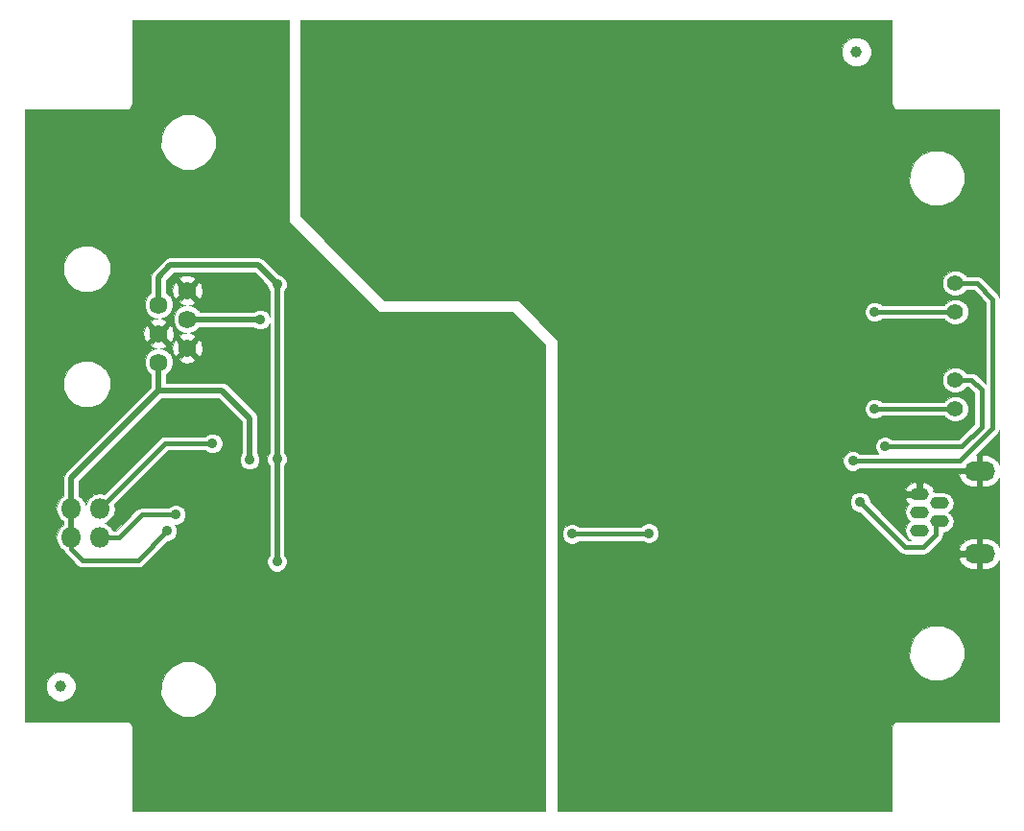
<source format=gbr>
G04 #@! TF.FileFunction,Copper,L2,Bot,Signal*
%FSLAX46Y46*%
G04 Gerber Fmt 4.6, Leading zero omitted, Abs format (unit mm)*
G04 Created by KiCad (PCBNEW no-vcs-found-product) date Thu Sep 29 09:32:32 2016*
%MOMM*%
%LPD*%
G01*
G04 APERTURE LIST*
%ADD10C,0.100000*%
%ADD11C,1.590000*%
%ADD12O,2.700000X1.700000*%
%ADD13O,1.650000X1.100000*%
%ADD14C,1.400000*%
%ADD15O,1.800000X1.800000*%
%ADD16C,1.000000*%
%ADD17C,0.900000*%
%ADD18C,0.500000*%
%ADD19C,0.400000*%
%ADD20C,0.050000*%
G04 APERTURE END LIST*
D10*
D11*
X119360000Y-86970000D03*
X116820000Y-88240000D03*
X119360000Y-89510000D03*
X116820000Y-90780000D03*
X119360000Y-92050000D03*
X116820000Y-93320000D03*
D12*
X189250000Y-102904000D03*
D13*
X183925000Y-104954000D03*
X183925000Y-106554000D03*
X185675000Y-105754000D03*
X185675000Y-107354000D03*
X183925000Y-108154000D03*
D12*
X189250000Y-110204000D03*
D14*
X187100000Y-86328000D03*
X187100000Y-88868000D03*
X187100000Y-94881000D03*
X187100000Y-97421000D03*
D15*
X109100000Y-108760000D03*
X109100000Y-106220000D03*
X111640000Y-108760000D03*
X111640000Y-106220000D03*
D16*
X178380000Y-65910000D03*
X108180000Y-121920000D03*
D17*
X178080000Y-83630000D03*
X117550000Y-108210000D03*
X124850000Y-101910000D03*
X140650000Y-92840000D03*
X180910000Y-100750000D03*
X179990000Y-97410000D03*
X178050000Y-102025000D03*
X179990000Y-88860000D03*
X178700000Y-105650000D03*
X153300000Y-108450000D03*
X160050000Y-108400000D03*
X127250000Y-86450000D03*
X127250000Y-110910000D03*
X127250000Y-101860000D03*
X125750000Y-89550000D03*
X118300000Y-106760000D03*
X121550000Y-100460000D03*
D18*
X116820000Y-95790000D02*
X122410000Y-95790000D01*
X116820000Y-93320000D02*
X116820000Y-95790000D01*
X116820000Y-95790000D02*
X116820000Y-95810000D01*
X116820000Y-95810000D02*
X109100000Y-103530000D01*
X109100000Y-106220000D02*
X109100000Y-103530000D01*
D19*
X109100000Y-108760000D02*
X109100000Y-109790000D01*
X114990000Y-110770000D02*
X117550000Y-108210000D01*
X110080000Y-110770000D02*
X114990000Y-110770000D01*
X109100000Y-109790000D02*
X110080000Y-110770000D01*
D18*
X122410000Y-95790000D02*
X124850000Y-98230000D01*
X124850000Y-98230000D02*
X124850000Y-101910000D01*
X109100000Y-106220000D02*
X109100000Y-108760000D01*
D19*
X188531000Y-94881000D02*
X187100000Y-94881000D01*
X189400000Y-95750000D02*
X188531000Y-94881000D01*
X189400000Y-99050000D02*
X189400000Y-95750000D01*
X187700000Y-100750000D02*
X189400000Y-99050000D01*
X180910000Y-100750000D02*
X187700000Y-100750000D01*
X187100000Y-97421000D02*
X180001000Y-97421000D01*
X180001000Y-97421000D02*
X179990000Y-97410000D01*
X178050000Y-102025000D02*
X187525000Y-102025000D01*
X187525000Y-102025000D02*
X190400000Y-99150000D01*
X190400000Y-99150000D02*
X190400000Y-87750000D01*
X190400000Y-87750000D02*
X188978000Y-86328000D01*
X188978000Y-86328000D02*
X187100000Y-86328000D01*
X179998000Y-88868000D02*
X187100000Y-88868000D01*
X179990000Y-88860000D02*
X179998000Y-88868000D01*
X185400000Y-108520000D02*
X184270000Y-109650000D01*
X185400000Y-107354000D02*
X185400000Y-108440000D01*
X185400000Y-108520000D02*
X185400000Y-108440000D01*
X182700000Y-109650000D02*
X184270000Y-109650000D01*
X182700000Y-109650000D02*
X178700000Y-105650000D01*
X160000000Y-108450000D02*
X153300000Y-108450000D01*
X160050000Y-108400000D02*
X160000000Y-108450000D01*
D18*
X127250000Y-86450000D02*
X127250000Y-101860000D01*
X125600000Y-84750000D02*
X117850000Y-84750000D01*
X127250000Y-86450000D02*
X127250000Y-86400000D01*
X125600000Y-84750000D02*
X127250000Y-86400000D01*
X116820000Y-85780000D02*
X117850000Y-84750000D01*
X116820000Y-85780000D02*
X116820000Y-88240000D01*
X127250000Y-101860000D02*
X127250000Y-110910000D01*
X119360000Y-89510000D02*
X125710000Y-89510000D01*
X125710000Y-89510000D02*
X125750000Y-89550000D01*
D19*
X118300000Y-106760000D02*
X115320000Y-106760000D01*
X113320000Y-108760000D02*
X111640000Y-108760000D01*
X115320000Y-106760000D02*
X113320000Y-108760000D01*
X121550000Y-100460000D02*
X117400000Y-100460000D01*
X117400000Y-100460000D02*
X111640000Y-106220000D01*
D20*
G36*
X128275000Y-80900000D02*
X128276903Y-80909567D01*
X128282322Y-80917678D01*
X136232322Y-88867678D01*
X136240433Y-88873097D01*
X136250000Y-88875000D01*
X148039644Y-88875000D01*
X150925000Y-91760356D01*
X150925000Y-132900000D01*
X114500000Y-132900000D01*
X114500000Y-125500000D01*
X114461940Y-125308658D01*
X114353553Y-125146447D01*
X114191342Y-125038060D01*
X114000000Y-125000000D01*
X105000000Y-125000000D01*
X105000000Y-122176461D01*
X106884775Y-122176461D01*
X107081512Y-122652600D01*
X107445483Y-123017208D01*
X107921278Y-123214775D01*
X108436461Y-123215225D01*
X108912600Y-123018488D01*
X109277208Y-122654517D01*
X109295590Y-122610246D01*
X117004580Y-122610246D01*
X117372986Y-123501858D01*
X118054554Y-124184617D01*
X118945521Y-124554579D01*
X119910246Y-124555420D01*
X120801858Y-124187014D01*
X121484617Y-123505446D01*
X121854579Y-122614479D01*
X121855420Y-121649754D01*
X121487014Y-120758142D01*
X120805446Y-120075383D01*
X119914479Y-119705421D01*
X118949754Y-119704580D01*
X118058142Y-120072986D01*
X117375383Y-120754554D01*
X117005421Y-121645521D01*
X117004580Y-122610246D01*
X109295590Y-122610246D01*
X109474775Y-122178722D01*
X109475225Y-121663539D01*
X109278488Y-121187400D01*
X108914517Y-120822792D01*
X108438722Y-120625225D01*
X107923539Y-120624775D01*
X107447400Y-120821512D01*
X107082792Y-121185483D01*
X106885225Y-121661278D01*
X106884775Y-122176461D01*
X105000000Y-122176461D01*
X105000000Y-106194042D01*
X107775000Y-106194042D01*
X107775000Y-106245958D01*
X107875860Y-106753014D01*
X108163084Y-107182874D01*
X108425000Y-107357881D01*
X108425000Y-107622119D01*
X108163084Y-107797126D01*
X107875860Y-108226986D01*
X107775000Y-108734042D01*
X107775000Y-108785958D01*
X107875860Y-109293014D01*
X108163084Y-109722874D01*
X108507412Y-109952947D01*
X108522575Y-110029177D01*
X108658058Y-110231942D01*
X109638058Y-111211942D01*
X109840822Y-111347425D01*
X110080000Y-111395000D01*
X114990000Y-111395000D01*
X115229177Y-111347425D01*
X115431942Y-111211942D01*
X117558876Y-109085008D01*
X117723285Y-109085151D01*
X118045000Y-108952221D01*
X118291356Y-108706295D01*
X118424848Y-108384812D01*
X118425151Y-108036715D01*
X118292221Y-107715000D01*
X118212285Y-107634924D01*
X118473285Y-107635151D01*
X118795000Y-107502221D01*
X119041356Y-107256295D01*
X119174848Y-106934812D01*
X119175151Y-106586715D01*
X119042221Y-106265000D01*
X118796295Y-106018644D01*
X118474812Y-105885152D01*
X118126715Y-105884849D01*
X117805000Y-106017779D01*
X117687574Y-106135000D01*
X115320000Y-106135000D01*
X115080822Y-106182575D01*
X114878058Y-106318058D01*
X113061116Y-108135000D01*
X112802677Y-108135000D01*
X112576916Y-107797126D01*
X112147056Y-107509902D01*
X112047002Y-107490000D01*
X112147056Y-107470098D01*
X112576916Y-107182874D01*
X112864140Y-106753014D01*
X112965000Y-106245958D01*
X112965000Y-106194042D01*
X112896121Y-105847763D01*
X117658884Y-101085000D01*
X120937552Y-101085000D01*
X121053705Y-101201356D01*
X121375188Y-101334848D01*
X121723285Y-101335151D01*
X122045000Y-101202221D01*
X122291356Y-100956295D01*
X122424848Y-100634812D01*
X122425151Y-100286715D01*
X122292221Y-99965000D01*
X122046295Y-99718644D01*
X121724812Y-99585152D01*
X121376715Y-99584849D01*
X121055000Y-99717779D01*
X120937574Y-99835000D01*
X117400000Y-99835000D01*
X117160822Y-99882575D01*
X116958058Y-100018058D01*
X112029581Y-104946535D01*
X111640000Y-104869042D01*
X111132944Y-104969902D01*
X110703084Y-105257126D01*
X110415860Y-105686986D01*
X110370000Y-105917539D01*
X110324140Y-105686986D01*
X110036916Y-105257126D01*
X109775000Y-105082119D01*
X109775000Y-103809594D01*
X117119594Y-96465000D01*
X122130406Y-96465000D01*
X124175000Y-98509594D01*
X124175000Y-101347465D01*
X124108644Y-101413705D01*
X123975152Y-101735188D01*
X123974849Y-102083285D01*
X124107779Y-102405000D01*
X124353705Y-102651356D01*
X124675188Y-102784848D01*
X125023285Y-102785151D01*
X125345000Y-102652221D01*
X125591356Y-102406295D01*
X125724848Y-102084812D01*
X125725151Y-101736715D01*
X125592221Y-101415000D01*
X125525000Y-101347661D01*
X125525000Y-98230000D01*
X125473619Y-97971689D01*
X125473619Y-97971688D01*
X125327297Y-97752703D01*
X122887297Y-95312703D01*
X122668312Y-95166381D01*
X122410000Y-95115000D01*
X117495000Y-95115000D01*
X117495000Y-94361138D01*
X117510172Y-94354869D01*
X117853662Y-94011977D01*
X118039788Y-93563738D01*
X118040211Y-93078392D01*
X118032536Y-93059816D01*
X118674039Y-93059816D01*
X118760859Y-93264245D01*
X119271137Y-93401098D01*
X119794944Y-93332258D01*
X119959141Y-93264245D01*
X120045961Y-93059816D01*
X119360000Y-92373855D01*
X118674039Y-93059816D01*
X118032536Y-93059816D01*
X117854869Y-92629828D01*
X117511977Y-92286338D01*
X117063738Y-92100212D01*
X116966793Y-92100128D01*
X117254944Y-92062258D01*
X117419141Y-91994245D01*
X117433201Y-91961137D01*
X118008902Y-91961137D01*
X118077742Y-92484944D01*
X118145755Y-92649141D01*
X118350184Y-92735961D01*
X119036145Y-92050000D01*
X119683855Y-92050000D01*
X120369816Y-92735961D01*
X120574245Y-92649141D01*
X120711098Y-92138863D01*
X120642258Y-91615056D01*
X120574245Y-91450859D01*
X120369816Y-91364039D01*
X119683855Y-92050000D01*
X119036145Y-92050000D01*
X118350184Y-91364039D01*
X118145755Y-91450859D01*
X118008902Y-91961137D01*
X117433201Y-91961137D01*
X117505961Y-91789816D01*
X116820000Y-91103855D01*
X116134039Y-91789816D01*
X116220859Y-91994245D01*
X116614514Y-92099820D01*
X116578392Y-92099789D01*
X116129828Y-92285131D01*
X115786338Y-92628023D01*
X115600212Y-93076262D01*
X115599789Y-93561608D01*
X115785131Y-94010172D01*
X116128023Y-94353662D01*
X116145000Y-94360712D01*
X116145000Y-95530406D01*
X108622703Y-103052703D01*
X108476381Y-103271688D01*
X108476381Y-103271689D01*
X108425000Y-103530000D01*
X108425000Y-105082119D01*
X108163084Y-105257126D01*
X107875860Y-105686986D01*
X107775000Y-106194042D01*
X105000000Y-106194042D01*
X105000000Y-95625981D01*
X108419645Y-95625981D01*
X108731081Y-96379715D01*
X109307252Y-96956892D01*
X110060441Y-97269643D01*
X110875981Y-97270355D01*
X111629715Y-96958919D01*
X112206892Y-96382748D01*
X112519643Y-95629559D01*
X112520355Y-94814019D01*
X112208919Y-94060285D01*
X111632748Y-93483108D01*
X110879559Y-93170357D01*
X110064019Y-93169645D01*
X109310285Y-93481081D01*
X108733108Y-94057252D01*
X108420357Y-94810441D01*
X108419645Y-95625981D01*
X105000000Y-95625981D01*
X105000000Y-90691137D01*
X115468902Y-90691137D01*
X115537742Y-91214944D01*
X115605755Y-91379141D01*
X115810184Y-91465961D01*
X116496145Y-90780000D01*
X117143855Y-90780000D01*
X117829816Y-91465961D01*
X118034245Y-91379141D01*
X118171098Y-90868863D01*
X118102258Y-90345056D01*
X118034245Y-90180859D01*
X117829816Y-90094039D01*
X117143855Y-90780000D01*
X116496145Y-90780000D01*
X115810184Y-90094039D01*
X115605755Y-90180859D01*
X115468902Y-90691137D01*
X105000000Y-90691137D01*
X105000000Y-88481608D01*
X115599789Y-88481608D01*
X115785131Y-88930172D01*
X116128023Y-89273662D01*
X116576262Y-89459788D01*
X116673207Y-89459872D01*
X116385056Y-89497742D01*
X116220859Y-89565755D01*
X116134039Y-89770184D01*
X116820000Y-90456145D01*
X117505961Y-89770184D01*
X117419141Y-89565755D01*
X117025486Y-89460180D01*
X117061608Y-89460211D01*
X117510172Y-89274869D01*
X117853662Y-88931977D01*
X118039788Y-88483738D01*
X118040211Y-87998392D01*
X117854869Y-87549828D01*
X117511977Y-87206338D01*
X117495000Y-87199288D01*
X117495000Y-86881137D01*
X118008902Y-86881137D01*
X118077742Y-87404944D01*
X118145755Y-87569141D01*
X118350184Y-87655961D01*
X119036145Y-86970000D01*
X119683855Y-86970000D01*
X120369816Y-87655961D01*
X120574245Y-87569141D01*
X120711098Y-87058863D01*
X120642258Y-86535056D01*
X120574245Y-86370859D01*
X120369816Y-86284039D01*
X119683855Y-86970000D01*
X119036145Y-86970000D01*
X118350184Y-86284039D01*
X118145755Y-86370859D01*
X118008902Y-86881137D01*
X117495000Y-86881137D01*
X117495000Y-86059594D01*
X117594410Y-85960184D01*
X118674039Y-85960184D01*
X119360000Y-86646145D01*
X120045961Y-85960184D01*
X119959141Y-85755755D01*
X119448863Y-85618902D01*
X118925056Y-85687742D01*
X118760859Y-85755755D01*
X118674039Y-85960184D01*
X117594410Y-85960184D01*
X118129594Y-85425000D01*
X125320406Y-85425000D01*
X126374974Y-86479568D01*
X126374849Y-86623285D01*
X126507779Y-86945000D01*
X126575000Y-87012339D01*
X126575000Y-89255340D01*
X126492221Y-89055000D01*
X126246295Y-88808644D01*
X125924812Y-88675152D01*
X125576715Y-88674849D01*
X125255000Y-88807779D01*
X125227731Y-88835000D01*
X120401138Y-88835000D01*
X120394869Y-88819828D01*
X120051977Y-88476338D01*
X119603738Y-88290212D01*
X119506793Y-88290128D01*
X119794944Y-88252258D01*
X119959141Y-88184245D01*
X120045961Y-87979816D01*
X119360000Y-87293855D01*
X118674039Y-87979816D01*
X118760859Y-88184245D01*
X119154514Y-88289820D01*
X119118392Y-88289789D01*
X118669828Y-88475131D01*
X118326338Y-88818023D01*
X118140212Y-89266262D01*
X118139789Y-89751608D01*
X118325131Y-90200172D01*
X118668023Y-90543662D01*
X119116262Y-90729788D01*
X119213207Y-90729872D01*
X118925056Y-90767742D01*
X118760859Y-90835755D01*
X118674039Y-91040184D01*
X119360000Y-91726145D01*
X120045961Y-91040184D01*
X119959141Y-90835755D01*
X119565486Y-90730180D01*
X119601608Y-90730211D01*
X120050172Y-90544869D01*
X120393662Y-90201977D01*
X120400712Y-90185000D01*
X125147535Y-90185000D01*
X125253705Y-90291356D01*
X125575188Y-90424848D01*
X125923285Y-90425151D01*
X126245000Y-90292221D01*
X126491356Y-90046295D01*
X126575000Y-89844859D01*
X126575000Y-101297465D01*
X126508644Y-101363705D01*
X126375152Y-101685188D01*
X126374849Y-102033285D01*
X126507779Y-102355000D01*
X126575000Y-102422339D01*
X126575000Y-110347465D01*
X126508644Y-110413705D01*
X126375152Y-110735188D01*
X126374849Y-111083285D01*
X126507779Y-111405000D01*
X126753705Y-111651356D01*
X127075188Y-111784848D01*
X127423285Y-111785151D01*
X127745000Y-111652221D01*
X127991356Y-111406295D01*
X128124848Y-111084812D01*
X128125151Y-110736715D01*
X127992221Y-110415000D01*
X127925000Y-110347661D01*
X127925000Y-102422535D01*
X127991356Y-102356295D01*
X128124848Y-102034812D01*
X128125151Y-101686715D01*
X127992221Y-101365000D01*
X127925000Y-101297661D01*
X127925000Y-87012535D01*
X127991356Y-86946295D01*
X128124848Y-86624812D01*
X128125151Y-86276715D01*
X127992221Y-85955000D01*
X127746295Y-85708644D01*
X127424812Y-85575152D01*
X127379707Y-85575113D01*
X126077297Y-84272703D01*
X125858312Y-84126381D01*
X125600000Y-84075000D01*
X117850000Y-84075000D01*
X117591688Y-84126381D01*
X117372703Y-84272703D01*
X116342703Y-85302703D01*
X116196381Y-85521688D01*
X116155940Y-85725000D01*
X116145000Y-85780000D01*
X116145000Y-87198862D01*
X116129828Y-87205131D01*
X115786338Y-87548023D01*
X115600212Y-87996262D01*
X115599789Y-88481608D01*
X105000000Y-88481608D01*
X105000000Y-85465981D01*
X108419645Y-85465981D01*
X108731081Y-86219715D01*
X109307252Y-86796892D01*
X110060441Y-87109643D01*
X110875981Y-87110355D01*
X111629715Y-86798919D01*
X112206892Y-86222748D01*
X112519643Y-85469559D01*
X112520355Y-84654019D01*
X112208919Y-83900285D01*
X111632748Y-83323108D01*
X110879559Y-83010357D01*
X110064019Y-83009645D01*
X109310285Y-83321081D01*
X108733108Y-83897252D01*
X108420357Y-84650441D01*
X108419645Y-85465981D01*
X105000000Y-85465981D01*
X105000000Y-74350246D01*
X117004580Y-74350246D01*
X117372986Y-75241858D01*
X118054554Y-75924617D01*
X118945521Y-76294579D01*
X119910246Y-76295420D01*
X120801858Y-75927014D01*
X121484617Y-75245446D01*
X121854579Y-74354479D01*
X121855420Y-73389754D01*
X121487014Y-72498142D01*
X120805446Y-71815383D01*
X119914479Y-71445421D01*
X118949754Y-71444580D01*
X118058142Y-71812986D01*
X117375383Y-72494554D01*
X117005421Y-73385521D01*
X117004580Y-74350246D01*
X105000000Y-74350246D01*
X105000000Y-71000000D01*
X114000000Y-71000000D01*
X114191342Y-70961940D01*
X114353553Y-70853553D01*
X114461940Y-70691342D01*
X114500000Y-70500000D01*
X114500000Y-63100000D01*
X128275000Y-63100000D01*
X128275000Y-80900000D01*
X128275000Y-80900000D01*
G37*
X128275000Y-80900000D02*
X128276903Y-80909567D01*
X128282322Y-80917678D01*
X136232322Y-88867678D01*
X136240433Y-88873097D01*
X136250000Y-88875000D01*
X148039644Y-88875000D01*
X150925000Y-91760356D01*
X150925000Y-132900000D01*
X114500000Y-132900000D01*
X114500000Y-125500000D01*
X114461940Y-125308658D01*
X114353553Y-125146447D01*
X114191342Y-125038060D01*
X114000000Y-125000000D01*
X105000000Y-125000000D01*
X105000000Y-122176461D01*
X106884775Y-122176461D01*
X107081512Y-122652600D01*
X107445483Y-123017208D01*
X107921278Y-123214775D01*
X108436461Y-123215225D01*
X108912600Y-123018488D01*
X109277208Y-122654517D01*
X109295590Y-122610246D01*
X117004580Y-122610246D01*
X117372986Y-123501858D01*
X118054554Y-124184617D01*
X118945521Y-124554579D01*
X119910246Y-124555420D01*
X120801858Y-124187014D01*
X121484617Y-123505446D01*
X121854579Y-122614479D01*
X121855420Y-121649754D01*
X121487014Y-120758142D01*
X120805446Y-120075383D01*
X119914479Y-119705421D01*
X118949754Y-119704580D01*
X118058142Y-120072986D01*
X117375383Y-120754554D01*
X117005421Y-121645521D01*
X117004580Y-122610246D01*
X109295590Y-122610246D01*
X109474775Y-122178722D01*
X109475225Y-121663539D01*
X109278488Y-121187400D01*
X108914517Y-120822792D01*
X108438722Y-120625225D01*
X107923539Y-120624775D01*
X107447400Y-120821512D01*
X107082792Y-121185483D01*
X106885225Y-121661278D01*
X106884775Y-122176461D01*
X105000000Y-122176461D01*
X105000000Y-106194042D01*
X107775000Y-106194042D01*
X107775000Y-106245958D01*
X107875860Y-106753014D01*
X108163084Y-107182874D01*
X108425000Y-107357881D01*
X108425000Y-107622119D01*
X108163084Y-107797126D01*
X107875860Y-108226986D01*
X107775000Y-108734042D01*
X107775000Y-108785958D01*
X107875860Y-109293014D01*
X108163084Y-109722874D01*
X108507412Y-109952947D01*
X108522575Y-110029177D01*
X108658058Y-110231942D01*
X109638058Y-111211942D01*
X109840822Y-111347425D01*
X110080000Y-111395000D01*
X114990000Y-111395000D01*
X115229177Y-111347425D01*
X115431942Y-111211942D01*
X117558876Y-109085008D01*
X117723285Y-109085151D01*
X118045000Y-108952221D01*
X118291356Y-108706295D01*
X118424848Y-108384812D01*
X118425151Y-108036715D01*
X118292221Y-107715000D01*
X118212285Y-107634924D01*
X118473285Y-107635151D01*
X118795000Y-107502221D01*
X119041356Y-107256295D01*
X119174848Y-106934812D01*
X119175151Y-106586715D01*
X119042221Y-106265000D01*
X118796295Y-106018644D01*
X118474812Y-105885152D01*
X118126715Y-105884849D01*
X117805000Y-106017779D01*
X117687574Y-106135000D01*
X115320000Y-106135000D01*
X115080822Y-106182575D01*
X114878058Y-106318058D01*
X113061116Y-108135000D01*
X112802677Y-108135000D01*
X112576916Y-107797126D01*
X112147056Y-107509902D01*
X112047002Y-107490000D01*
X112147056Y-107470098D01*
X112576916Y-107182874D01*
X112864140Y-106753014D01*
X112965000Y-106245958D01*
X112965000Y-106194042D01*
X112896121Y-105847763D01*
X117658884Y-101085000D01*
X120937552Y-101085000D01*
X121053705Y-101201356D01*
X121375188Y-101334848D01*
X121723285Y-101335151D01*
X122045000Y-101202221D01*
X122291356Y-100956295D01*
X122424848Y-100634812D01*
X122425151Y-100286715D01*
X122292221Y-99965000D01*
X122046295Y-99718644D01*
X121724812Y-99585152D01*
X121376715Y-99584849D01*
X121055000Y-99717779D01*
X120937574Y-99835000D01*
X117400000Y-99835000D01*
X117160822Y-99882575D01*
X116958058Y-100018058D01*
X112029581Y-104946535D01*
X111640000Y-104869042D01*
X111132944Y-104969902D01*
X110703084Y-105257126D01*
X110415860Y-105686986D01*
X110370000Y-105917539D01*
X110324140Y-105686986D01*
X110036916Y-105257126D01*
X109775000Y-105082119D01*
X109775000Y-103809594D01*
X117119594Y-96465000D01*
X122130406Y-96465000D01*
X124175000Y-98509594D01*
X124175000Y-101347465D01*
X124108644Y-101413705D01*
X123975152Y-101735188D01*
X123974849Y-102083285D01*
X124107779Y-102405000D01*
X124353705Y-102651356D01*
X124675188Y-102784848D01*
X125023285Y-102785151D01*
X125345000Y-102652221D01*
X125591356Y-102406295D01*
X125724848Y-102084812D01*
X125725151Y-101736715D01*
X125592221Y-101415000D01*
X125525000Y-101347661D01*
X125525000Y-98230000D01*
X125473619Y-97971689D01*
X125473619Y-97971688D01*
X125327297Y-97752703D01*
X122887297Y-95312703D01*
X122668312Y-95166381D01*
X122410000Y-95115000D01*
X117495000Y-95115000D01*
X117495000Y-94361138D01*
X117510172Y-94354869D01*
X117853662Y-94011977D01*
X118039788Y-93563738D01*
X118040211Y-93078392D01*
X118032536Y-93059816D01*
X118674039Y-93059816D01*
X118760859Y-93264245D01*
X119271137Y-93401098D01*
X119794944Y-93332258D01*
X119959141Y-93264245D01*
X120045961Y-93059816D01*
X119360000Y-92373855D01*
X118674039Y-93059816D01*
X118032536Y-93059816D01*
X117854869Y-92629828D01*
X117511977Y-92286338D01*
X117063738Y-92100212D01*
X116966793Y-92100128D01*
X117254944Y-92062258D01*
X117419141Y-91994245D01*
X117433201Y-91961137D01*
X118008902Y-91961137D01*
X118077742Y-92484944D01*
X118145755Y-92649141D01*
X118350184Y-92735961D01*
X119036145Y-92050000D01*
X119683855Y-92050000D01*
X120369816Y-92735961D01*
X120574245Y-92649141D01*
X120711098Y-92138863D01*
X120642258Y-91615056D01*
X120574245Y-91450859D01*
X120369816Y-91364039D01*
X119683855Y-92050000D01*
X119036145Y-92050000D01*
X118350184Y-91364039D01*
X118145755Y-91450859D01*
X118008902Y-91961137D01*
X117433201Y-91961137D01*
X117505961Y-91789816D01*
X116820000Y-91103855D01*
X116134039Y-91789816D01*
X116220859Y-91994245D01*
X116614514Y-92099820D01*
X116578392Y-92099789D01*
X116129828Y-92285131D01*
X115786338Y-92628023D01*
X115600212Y-93076262D01*
X115599789Y-93561608D01*
X115785131Y-94010172D01*
X116128023Y-94353662D01*
X116145000Y-94360712D01*
X116145000Y-95530406D01*
X108622703Y-103052703D01*
X108476381Y-103271688D01*
X108476381Y-103271689D01*
X108425000Y-103530000D01*
X108425000Y-105082119D01*
X108163084Y-105257126D01*
X107875860Y-105686986D01*
X107775000Y-106194042D01*
X105000000Y-106194042D01*
X105000000Y-95625981D01*
X108419645Y-95625981D01*
X108731081Y-96379715D01*
X109307252Y-96956892D01*
X110060441Y-97269643D01*
X110875981Y-97270355D01*
X111629715Y-96958919D01*
X112206892Y-96382748D01*
X112519643Y-95629559D01*
X112520355Y-94814019D01*
X112208919Y-94060285D01*
X111632748Y-93483108D01*
X110879559Y-93170357D01*
X110064019Y-93169645D01*
X109310285Y-93481081D01*
X108733108Y-94057252D01*
X108420357Y-94810441D01*
X108419645Y-95625981D01*
X105000000Y-95625981D01*
X105000000Y-90691137D01*
X115468902Y-90691137D01*
X115537742Y-91214944D01*
X115605755Y-91379141D01*
X115810184Y-91465961D01*
X116496145Y-90780000D01*
X117143855Y-90780000D01*
X117829816Y-91465961D01*
X118034245Y-91379141D01*
X118171098Y-90868863D01*
X118102258Y-90345056D01*
X118034245Y-90180859D01*
X117829816Y-90094039D01*
X117143855Y-90780000D01*
X116496145Y-90780000D01*
X115810184Y-90094039D01*
X115605755Y-90180859D01*
X115468902Y-90691137D01*
X105000000Y-90691137D01*
X105000000Y-88481608D01*
X115599789Y-88481608D01*
X115785131Y-88930172D01*
X116128023Y-89273662D01*
X116576262Y-89459788D01*
X116673207Y-89459872D01*
X116385056Y-89497742D01*
X116220859Y-89565755D01*
X116134039Y-89770184D01*
X116820000Y-90456145D01*
X117505961Y-89770184D01*
X117419141Y-89565755D01*
X117025486Y-89460180D01*
X117061608Y-89460211D01*
X117510172Y-89274869D01*
X117853662Y-88931977D01*
X118039788Y-88483738D01*
X118040211Y-87998392D01*
X117854869Y-87549828D01*
X117511977Y-87206338D01*
X117495000Y-87199288D01*
X117495000Y-86881137D01*
X118008902Y-86881137D01*
X118077742Y-87404944D01*
X118145755Y-87569141D01*
X118350184Y-87655961D01*
X119036145Y-86970000D01*
X119683855Y-86970000D01*
X120369816Y-87655961D01*
X120574245Y-87569141D01*
X120711098Y-87058863D01*
X120642258Y-86535056D01*
X120574245Y-86370859D01*
X120369816Y-86284039D01*
X119683855Y-86970000D01*
X119036145Y-86970000D01*
X118350184Y-86284039D01*
X118145755Y-86370859D01*
X118008902Y-86881137D01*
X117495000Y-86881137D01*
X117495000Y-86059594D01*
X117594410Y-85960184D01*
X118674039Y-85960184D01*
X119360000Y-86646145D01*
X120045961Y-85960184D01*
X119959141Y-85755755D01*
X119448863Y-85618902D01*
X118925056Y-85687742D01*
X118760859Y-85755755D01*
X118674039Y-85960184D01*
X117594410Y-85960184D01*
X118129594Y-85425000D01*
X125320406Y-85425000D01*
X126374974Y-86479568D01*
X126374849Y-86623285D01*
X126507779Y-86945000D01*
X126575000Y-87012339D01*
X126575000Y-89255340D01*
X126492221Y-89055000D01*
X126246295Y-88808644D01*
X125924812Y-88675152D01*
X125576715Y-88674849D01*
X125255000Y-88807779D01*
X125227731Y-88835000D01*
X120401138Y-88835000D01*
X120394869Y-88819828D01*
X120051977Y-88476338D01*
X119603738Y-88290212D01*
X119506793Y-88290128D01*
X119794944Y-88252258D01*
X119959141Y-88184245D01*
X120045961Y-87979816D01*
X119360000Y-87293855D01*
X118674039Y-87979816D01*
X118760859Y-88184245D01*
X119154514Y-88289820D01*
X119118392Y-88289789D01*
X118669828Y-88475131D01*
X118326338Y-88818023D01*
X118140212Y-89266262D01*
X118139789Y-89751608D01*
X118325131Y-90200172D01*
X118668023Y-90543662D01*
X119116262Y-90729788D01*
X119213207Y-90729872D01*
X118925056Y-90767742D01*
X118760859Y-90835755D01*
X118674039Y-91040184D01*
X119360000Y-91726145D01*
X120045961Y-91040184D01*
X119959141Y-90835755D01*
X119565486Y-90730180D01*
X119601608Y-90730211D01*
X120050172Y-90544869D01*
X120393662Y-90201977D01*
X120400712Y-90185000D01*
X125147535Y-90185000D01*
X125253705Y-90291356D01*
X125575188Y-90424848D01*
X125923285Y-90425151D01*
X126245000Y-90292221D01*
X126491356Y-90046295D01*
X126575000Y-89844859D01*
X126575000Y-101297465D01*
X126508644Y-101363705D01*
X126375152Y-101685188D01*
X126374849Y-102033285D01*
X126507779Y-102355000D01*
X126575000Y-102422339D01*
X126575000Y-110347465D01*
X126508644Y-110413705D01*
X126375152Y-110735188D01*
X126374849Y-111083285D01*
X126507779Y-111405000D01*
X126753705Y-111651356D01*
X127075188Y-111784848D01*
X127423285Y-111785151D01*
X127745000Y-111652221D01*
X127991356Y-111406295D01*
X128124848Y-111084812D01*
X128125151Y-110736715D01*
X127992221Y-110415000D01*
X127925000Y-110347661D01*
X127925000Y-102422535D01*
X127991356Y-102356295D01*
X128124848Y-102034812D01*
X128125151Y-101686715D01*
X127992221Y-101365000D01*
X127925000Y-101297661D01*
X127925000Y-87012535D01*
X127991356Y-86946295D01*
X128124848Y-86624812D01*
X128125151Y-86276715D01*
X127992221Y-85955000D01*
X127746295Y-85708644D01*
X127424812Y-85575152D01*
X127379707Y-85575113D01*
X126077297Y-84272703D01*
X125858312Y-84126381D01*
X125600000Y-84075000D01*
X117850000Y-84075000D01*
X117591688Y-84126381D01*
X117372703Y-84272703D01*
X116342703Y-85302703D01*
X116196381Y-85521688D01*
X116155940Y-85725000D01*
X116145000Y-85780000D01*
X116145000Y-87198862D01*
X116129828Y-87205131D01*
X115786338Y-87548023D01*
X115600212Y-87996262D01*
X115599789Y-88481608D01*
X105000000Y-88481608D01*
X105000000Y-85465981D01*
X108419645Y-85465981D01*
X108731081Y-86219715D01*
X109307252Y-86796892D01*
X110060441Y-87109643D01*
X110875981Y-87110355D01*
X111629715Y-86798919D01*
X112206892Y-86222748D01*
X112519643Y-85469559D01*
X112520355Y-84654019D01*
X112208919Y-83900285D01*
X111632748Y-83323108D01*
X110879559Y-83010357D01*
X110064019Y-83009645D01*
X109310285Y-83321081D01*
X108733108Y-83897252D01*
X108420357Y-84650441D01*
X108419645Y-85465981D01*
X105000000Y-85465981D01*
X105000000Y-74350246D01*
X117004580Y-74350246D01*
X117372986Y-75241858D01*
X118054554Y-75924617D01*
X118945521Y-76294579D01*
X119910246Y-76295420D01*
X120801858Y-75927014D01*
X121484617Y-75245446D01*
X121854579Y-74354479D01*
X121855420Y-73389754D01*
X121487014Y-72498142D01*
X120805446Y-71815383D01*
X119914479Y-71445421D01*
X118949754Y-71444580D01*
X118058142Y-71812986D01*
X117375383Y-72494554D01*
X117005421Y-73385521D01*
X117004580Y-74350246D01*
X105000000Y-74350246D01*
X105000000Y-71000000D01*
X114000000Y-71000000D01*
X114191342Y-70961940D01*
X114353553Y-70853553D01*
X114461940Y-70691342D01*
X114500000Y-70500000D01*
X114500000Y-63100000D01*
X128275000Y-63100000D01*
X128275000Y-80900000D01*
G36*
X181500000Y-70500000D02*
X181538060Y-70691342D01*
X181646447Y-70853553D01*
X181808658Y-70961940D01*
X182000000Y-71000000D01*
X191000000Y-71000000D01*
X191000000Y-87624313D01*
X190977425Y-87510823D01*
X190841942Y-87308058D01*
X189419942Y-85886058D01*
X189217177Y-85750575D01*
X188978000Y-85703000D01*
X188059007Y-85703000D01*
X188054285Y-85691571D01*
X187738093Y-85374828D01*
X187324758Y-85203196D01*
X186877205Y-85202805D01*
X186463571Y-85373715D01*
X186146828Y-85689907D01*
X185975196Y-86103242D01*
X185974805Y-86550795D01*
X186145715Y-86964429D01*
X186461907Y-87281172D01*
X186875242Y-87452804D01*
X187322795Y-87453195D01*
X187736429Y-87282285D01*
X188053172Y-86966093D01*
X188058609Y-86953000D01*
X188719116Y-86953000D01*
X189775000Y-88008884D01*
X189775000Y-95241117D01*
X188972942Y-94439058D01*
X188770177Y-94303575D01*
X188531000Y-94256000D01*
X188059007Y-94256000D01*
X188054285Y-94244571D01*
X187738093Y-93927828D01*
X187324758Y-93756196D01*
X186877205Y-93755805D01*
X186463571Y-93926715D01*
X186146828Y-94242907D01*
X185975196Y-94656242D01*
X185974805Y-95103795D01*
X186145715Y-95517429D01*
X186461907Y-95834172D01*
X186875242Y-96005804D01*
X187322795Y-96006195D01*
X187736429Y-95835285D01*
X188053172Y-95519093D01*
X188058609Y-95506000D01*
X188272116Y-95506000D01*
X188775000Y-96008883D01*
X188775000Y-98791116D01*
X187441116Y-100125000D01*
X181522448Y-100125000D01*
X181406295Y-100008644D01*
X181084812Y-99875152D01*
X180736715Y-99874849D01*
X180415000Y-100007779D01*
X180168644Y-100253705D01*
X180035152Y-100575188D01*
X180034849Y-100923285D01*
X180167779Y-101245000D01*
X180322508Y-101400000D01*
X178662448Y-101400000D01*
X178546295Y-101283644D01*
X178224812Y-101150152D01*
X177876715Y-101149849D01*
X177555000Y-101282779D01*
X177308644Y-101528705D01*
X177175152Y-101850188D01*
X177174849Y-102198285D01*
X177307779Y-102520000D01*
X177553705Y-102766356D01*
X177875188Y-102899848D01*
X178223285Y-102900151D01*
X178545000Y-102767221D01*
X178662426Y-102650000D01*
X187511590Y-102650000D01*
X187521410Y-102675000D01*
X189021000Y-102675000D01*
X189021000Y-101521000D01*
X188912884Y-101521000D01*
X190841942Y-99591942D01*
X190977425Y-99389177D01*
X191000000Y-99275684D01*
X191000000Y-102329862D01*
X190889857Y-102087999D01*
X190490820Y-101713909D01*
X189979000Y-101521000D01*
X189479000Y-101521000D01*
X189479000Y-102675000D01*
X189499000Y-102675000D01*
X189499000Y-103133000D01*
X189479000Y-103133000D01*
X189479000Y-104287000D01*
X189979000Y-104287000D01*
X190490820Y-104094091D01*
X190889857Y-103720001D01*
X191000000Y-103478138D01*
X191000000Y-109629862D01*
X190889857Y-109387999D01*
X190490820Y-109013909D01*
X189979000Y-108821000D01*
X189479000Y-108821000D01*
X189479000Y-109975000D01*
X189499000Y-109975000D01*
X189499000Y-110433000D01*
X189479000Y-110433000D01*
X189479000Y-111587000D01*
X189979000Y-111587000D01*
X190490820Y-111394091D01*
X190889857Y-111020001D01*
X191000000Y-110778138D01*
X191000000Y-125000000D01*
X182000000Y-125000000D01*
X181808658Y-125038060D01*
X181646447Y-125146447D01*
X181538060Y-125308658D01*
X181500000Y-125500000D01*
X181500000Y-132900000D01*
X151975000Y-132900000D01*
X151975000Y-119435246D01*
X183044580Y-119435246D01*
X183412986Y-120326858D01*
X184094554Y-121009617D01*
X184985521Y-121379579D01*
X185950246Y-121380420D01*
X186841858Y-121012014D01*
X187524617Y-120330446D01*
X187894579Y-119439479D01*
X187895420Y-118474754D01*
X187527014Y-117583142D01*
X186845446Y-116900383D01*
X185954479Y-116530421D01*
X184989754Y-116529580D01*
X184098142Y-116897986D01*
X183415383Y-117579554D01*
X183045421Y-118470521D01*
X183044580Y-119435246D01*
X151975000Y-119435246D01*
X151975000Y-110643543D01*
X187438706Y-110643543D01*
X187610143Y-111020001D01*
X188009180Y-111394091D01*
X188521000Y-111587000D01*
X189021000Y-111587000D01*
X189021000Y-110433000D01*
X187521410Y-110433000D01*
X187438706Y-110643543D01*
X151975000Y-110643543D01*
X151975000Y-108623285D01*
X152424849Y-108623285D01*
X152557779Y-108945000D01*
X152803705Y-109191356D01*
X153125188Y-109324848D01*
X153473285Y-109325151D01*
X153795000Y-109192221D01*
X153912426Y-109075000D01*
X159487465Y-109075000D01*
X159553705Y-109141356D01*
X159875188Y-109274848D01*
X160223285Y-109275151D01*
X160545000Y-109142221D01*
X160791356Y-108896295D01*
X160924848Y-108574812D01*
X160925151Y-108226715D01*
X160792221Y-107905000D01*
X160546295Y-107658644D01*
X160224812Y-107525152D01*
X159876715Y-107524849D01*
X159555000Y-107657779D01*
X159387487Y-107825000D01*
X153912448Y-107825000D01*
X153796295Y-107708644D01*
X153474812Y-107575152D01*
X153126715Y-107574849D01*
X152805000Y-107707779D01*
X152558644Y-107953705D01*
X152425152Y-108275188D01*
X152424849Y-108623285D01*
X151975000Y-108623285D01*
X151975000Y-105823285D01*
X177824849Y-105823285D01*
X177957779Y-106145000D01*
X178203705Y-106391356D01*
X178525188Y-106524848D01*
X178691108Y-106524992D01*
X182258058Y-110091942D01*
X182460822Y-110227425D01*
X182700000Y-110275000D01*
X184270000Y-110275000D01*
X184509177Y-110227425D01*
X184711942Y-110091942D01*
X185039427Y-109764457D01*
X187438706Y-109764457D01*
X187521410Y-109975000D01*
X189021000Y-109975000D01*
X189021000Y-108821000D01*
X188521000Y-108821000D01*
X188009180Y-109013909D01*
X187610143Y-109387999D01*
X187438706Y-109764457D01*
X185039427Y-109764457D01*
X185841942Y-108961942D01*
X185977425Y-108759178D01*
X186025000Y-108520000D01*
X186025000Y-108318953D01*
X186347605Y-108254783D01*
X186663918Y-108043429D01*
X186875272Y-107727116D01*
X186949489Y-107354000D01*
X186875272Y-106980884D01*
X186663918Y-106664571D01*
X186498437Y-106554000D01*
X186663918Y-106443429D01*
X186875272Y-106127116D01*
X186949489Y-105754000D01*
X186875272Y-105380884D01*
X186663918Y-105064571D01*
X186347605Y-104853217D01*
X185974489Y-104779000D01*
X185375511Y-104779000D01*
X185283000Y-104797401D01*
X185283000Y-104724998D01*
X185121730Y-104724998D01*
X185209656Y-104562232D01*
X185053049Y-104277364D01*
X184729177Y-104002422D01*
X184324743Y-103872349D01*
X184154000Y-103999402D01*
X184154000Y-104725000D01*
X184174000Y-104725000D01*
X184174000Y-105183000D01*
X184154000Y-105183000D01*
X184154000Y-105203000D01*
X183696000Y-105203000D01*
X183696000Y-105183000D01*
X182728271Y-105183000D01*
X182640344Y-105345768D01*
X182796951Y-105630636D01*
X183012427Y-105813559D01*
X182936082Y-105864571D01*
X182724728Y-106180884D01*
X182650511Y-106554000D01*
X182724728Y-106927116D01*
X182936082Y-107243429D01*
X183101563Y-107354000D01*
X182936082Y-107464571D01*
X182724728Y-107780884D01*
X182650511Y-108154000D01*
X182724728Y-108527116D01*
X182936082Y-108843429D01*
X183207822Y-109025000D01*
X182958884Y-109025000D01*
X179575008Y-105641124D01*
X179575151Y-105476715D01*
X179442221Y-105155000D01*
X179196295Y-104908644D01*
X178874812Y-104775152D01*
X178526715Y-104774849D01*
X178205000Y-104907779D01*
X177958644Y-105153705D01*
X177825152Y-105475188D01*
X177824849Y-105823285D01*
X151975000Y-105823285D01*
X151975000Y-104562232D01*
X182640344Y-104562232D01*
X182728271Y-104725000D01*
X183696000Y-104725000D01*
X183696000Y-103999402D01*
X183525257Y-103872349D01*
X183120823Y-104002422D01*
X182796951Y-104277364D01*
X182640344Y-104562232D01*
X151975000Y-104562232D01*
X151975000Y-103343543D01*
X187438706Y-103343543D01*
X187610143Y-103720001D01*
X188009180Y-104094091D01*
X188521000Y-104287000D01*
X189021000Y-104287000D01*
X189021000Y-103133000D01*
X187521410Y-103133000D01*
X187438706Y-103343543D01*
X151975000Y-103343543D01*
X151975000Y-97583285D01*
X179114849Y-97583285D01*
X179247779Y-97905000D01*
X179493705Y-98151356D01*
X179815188Y-98284848D01*
X180163285Y-98285151D01*
X180485000Y-98152221D01*
X180591407Y-98046000D01*
X186140993Y-98046000D01*
X186145715Y-98057429D01*
X186461907Y-98374172D01*
X186875242Y-98545804D01*
X187322795Y-98546195D01*
X187736429Y-98375285D01*
X188053172Y-98059093D01*
X188224804Y-97645758D01*
X188225195Y-97198205D01*
X188054285Y-96784571D01*
X187738093Y-96467828D01*
X187324758Y-96296196D01*
X186877205Y-96295805D01*
X186463571Y-96466715D01*
X186146828Y-96782907D01*
X186141391Y-96796000D01*
X180613429Y-96796000D01*
X180486295Y-96668644D01*
X180164812Y-96535152D01*
X179816715Y-96534849D01*
X179495000Y-96667779D01*
X179248644Y-96913705D01*
X179115152Y-97235188D01*
X179114849Y-97583285D01*
X151975000Y-97583285D01*
X151975000Y-91300000D01*
X151973097Y-91290433D01*
X151967678Y-91282322D01*
X149718641Y-89033285D01*
X179114849Y-89033285D01*
X179247779Y-89355000D01*
X179493705Y-89601356D01*
X179815188Y-89734848D01*
X180163285Y-89735151D01*
X180485000Y-89602221D01*
X180594412Y-89493000D01*
X186140993Y-89493000D01*
X186145715Y-89504429D01*
X186461907Y-89821172D01*
X186875242Y-89992804D01*
X187322795Y-89993195D01*
X187736429Y-89822285D01*
X188053172Y-89506093D01*
X188224804Y-89092758D01*
X188225195Y-88645205D01*
X188054285Y-88231571D01*
X187738093Y-87914828D01*
X187324758Y-87743196D01*
X186877205Y-87742805D01*
X186463571Y-87913715D01*
X186146828Y-88229907D01*
X186141391Y-88243000D01*
X180610434Y-88243000D01*
X180486295Y-88118644D01*
X180164812Y-87985152D01*
X179816715Y-87984849D01*
X179495000Y-88117779D01*
X179248644Y-88363705D01*
X179115152Y-88685188D01*
X179114849Y-89033285D01*
X149718641Y-89033285D01*
X148517678Y-87832322D01*
X148509567Y-87826903D01*
X148500000Y-87825000D01*
X136710356Y-87825000D01*
X129325000Y-80439644D01*
X129325000Y-77525246D01*
X183044580Y-77525246D01*
X183412986Y-78416858D01*
X184094554Y-79099617D01*
X184985521Y-79469579D01*
X185950246Y-79470420D01*
X186841858Y-79102014D01*
X187524617Y-78420446D01*
X187894579Y-77529479D01*
X187895420Y-76564754D01*
X187527014Y-75673142D01*
X186845446Y-74990383D01*
X185954479Y-74620421D01*
X184989754Y-74619580D01*
X184098142Y-74987986D01*
X183415383Y-75669554D01*
X183045421Y-76560521D01*
X183044580Y-77525246D01*
X129325000Y-77525246D01*
X129325000Y-66166461D01*
X177084775Y-66166461D01*
X177281512Y-66642600D01*
X177645483Y-67007208D01*
X178121278Y-67204775D01*
X178636461Y-67205225D01*
X179112600Y-67008488D01*
X179477208Y-66644517D01*
X179674775Y-66168722D01*
X179675225Y-65653539D01*
X179478488Y-65177400D01*
X179114517Y-64812792D01*
X178638722Y-64615225D01*
X178123539Y-64614775D01*
X177647400Y-64811512D01*
X177282792Y-65175483D01*
X177085225Y-65651278D01*
X177084775Y-66166461D01*
X129325000Y-66166461D01*
X129325000Y-63100000D01*
X181500000Y-63100000D01*
X181500000Y-70500000D01*
X181500000Y-70500000D01*
G37*
X181500000Y-70500000D02*
X181538060Y-70691342D01*
X181646447Y-70853553D01*
X181808658Y-70961940D01*
X182000000Y-71000000D01*
X191000000Y-71000000D01*
X191000000Y-87624313D01*
X190977425Y-87510823D01*
X190841942Y-87308058D01*
X189419942Y-85886058D01*
X189217177Y-85750575D01*
X188978000Y-85703000D01*
X188059007Y-85703000D01*
X188054285Y-85691571D01*
X187738093Y-85374828D01*
X187324758Y-85203196D01*
X186877205Y-85202805D01*
X186463571Y-85373715D01*
X186146828Y-85689907D01*
X185975196Y-86103242D01*
X185974805Y-86550795D01*
X186145715Y-86964429D01*
X186461907Y-87281172D01*
X186875242Y-87452804D01*
X187322795Y-87453195D01*
X187736429Y-87282285D01*
X188053172Y-86966093D01*
X188058609Y-86953000D01*
X188719116Y-86953000D01*
X189775000Y-88008884D01*
X189775000Y-95241117D01*
X188972942Y-94439058D01*
X188770177Y-94303575D01*
X188531000Y-94256000D01*
X188059007Y-94256000D01*
X188054285Y-94244571D01*
X187738093Y-93927828D01*
X187324758Y-93756196D01*
X186877205Y-93755805D01*
X186463571Y-93926715D01*
X186146828Y-94242907D01*
X185975196Y-94656242D01*
X185974805Y-95103795D01*
X186145715Y-95517429D01*
X186461907Y-95834172D01*
X186875242Y-96005804D01*
X187322795Y-96006195D01*
X187736429Y-95835285D01*
X188053172Y-95519093D01*
X188058609Y-95506000D01*
X188272116Y-95506000D01*
X188775000Y-96008883D01*
X188775000Y-98791116D01*
X187441116Y-100125000D01*
X181522448Y-100125000D01*
X181406295Y-100008644D01*
X181084812Y-99875152D01*
X180736715Y-99874849D01*
X180415000Y-100007779D01*
X180168644Y-100253705D01*
X180035152Y-100575188D01*
X180034849Y-100923285D01*
X180167779Y-101245000D01*
X180322508Y-101400000D01*
X178662448Y-101400000D01*
X178546295Y-101283644D01*
X178224812Y-101150152D01*
X177876715Y-101149849D01*
X177555000Y-101282779D01*
X177308644Y-101528705D01*
X177175152Y-101850188D01*
X177174849Y-102198285D01*
X177307779Y-102520000D01*
X177553705Y-102766356D01*
X177875188Y-102899848D01*
X178223285Y-102900151D01*
X178545000Y-102767221D01*
X178662426Y-102650000D01*
X187511590Y-102650000D01*
X187521410Y-102675000D01*
X189021000Y-102675000D01*
X189021000Y-101521000D01*
X188912884Y-101521000D01*
X190841942Y-99591942D01*
X190977425Y-99389177D01*
X191000000Y-99275684D01*
X191000000Y-102329862D01*
X190889857Y-102087999D01*
X190490820Y-101713909D01*
X189979000Y-101521000D01*
X189479000Y-101521000D01*
X189479000Y-102675000D01*
X189499000Y-102675000D01*
X189499000Y-103133000D01*
X189479000Y-103133000D01*
X189479000Y-104287000D01*
X189979000Y-104287000D01*
X190490820Y-104094091D01*
X190889857Y-103720001D01*
X191000000Y-103478138D01*
X191000000Y-109629862D01*
X190889857Y-109387999D01*
X190490820Y-109013909D01*
X189979000Y-108821000D01*
X189479000Y-108821000D01*
X189479000Y-109975000D01*
X189499000Y-109975000D01*
X189499000Y-110433000D01*
X189479000Y-110433000D01*
X189479000Y-111587000D01*
X189979000Y-111587000D01*
X190490820Y-111394091D01*
X190889857Y-111020001D01*
X191000000Y-110778138D01*
X191000000Y-125000000D01*
X182000000Y-125000000D01*
X181808658Y-125038060D01*
X181646447Y-125146447D01*
X181538060Y-125308658D01*
X181500000Y-125500000D01*
X181500000Y-132900000D01*
X151975000Y-132900000D01*
X151975000Y-119435246D01*
X183044580Y-119435246D01*
X183412986Y-120326858D01*
X184094554Y-121009617D01*
X184985521Y-121379579D01*
X185950246Y-121380420D01*
X186841858Y-121012014D01*
X187524617Y-120330446D01*
X187894579Y-119439479D01*
X187895420Y-118474754D01*
X187527014Y-117583142D01*
X186845446Y-116900383D01*
X185954479Y-116530421D01*
X184989754Y-116529580D01*
X184098142Y-116897986D01*
X183415383Y-117579554D01*
X183045421Y-118470521D01*
X183044580Y-119435246D01*
X151975000Y-119435246D01*
X151975000Y-110643543D01*
X187438706Y-110643543D01*
X187610143Y-111020001D01*
X188009180Y-111394091D01*
X188521000Y-111587000D01*
X189021000Y-111587000D01*
X189021000Y-110433000D01*
X187521410Y-110433000D01*
X187438706Y-110643543D01*
X151975000Y-110643543D01*
X151975000Y-108623285D01*
X152424849Y-108623285D01*
X152557779Y-108945000D01*
X152803705Y-109191356D01*
X153125188Y-109324848D01*
X153473285Y-109325151D01*
X153795000Y-109192221D01*
X153912426Y-109075000D01*
X159487465Y-109075000D01*
X159553705Y-109141356D01*
X159875188Y-109274848D01*
X160223285Y-109275151D01*
X160545000Y-109142221D01*
X160791356Y-108896295D01*
X160924848Y-108574812D01*
X160925151Y-108226715D01*
X160792221Y-107905000D01*
X160546295Y-107658644D01*
X160224812Y-107525152D01*
X159876715Y-107524849D01*
X159555000Y-107657779D01*
X159387487Y-107825000D01*
X153912448Y-107825000D01*
X153796295Y-107708644D01*
X153474812Y-107575152D01*
X153126715Y-107574849D01*
X152805000Y-107707779D01*
X152558644Y-107953705D01*
X152425152Y-108275188D01*
X152424849Y-108623285D01*
X151975000Y-108623285D01*
X151975000Y-105823285D01*
X177824849Y-105823285D01*
X177957779Y-106145000D01*
X178203705Y-106391356D01*
X178525188Y-106524848D01*
X178691108Y-106524992D01*
X182258058Y-110091942D01*
X182460822Y-110227425D01*
X182700000Y-110275000D01*
X184270000Y-110275000D01*
X184509177Y-110227425D01*
X184711942Y-110091942D01*
X185039427Y-109764457D01*
X187438706Y-109764457D01*
X187521410Y-109975000D01*
X189021000Y-109975000D01*
X189021000Y-108821000D01*
X188521000Y-108821000D01*
X188009180Y-109013909D01*
X187610143Y-109387999D01*
X187438706Y-109764457D01*
X185039427Y-109764457D01*
X185841942Y-108961942D01*
X185977425Y-108759178D01*
X186025000Y-108520000D01*
X186025000Y-108318953D01*
X186347605Y-108254783D01*
X186663918Y-108043429D01*
X186875272Y-107727116D01*
X186949489Y-107354000D01*
X186875272Y-106980884D01*
X186663918Y-106664571D01*
X186498437Y-106554000D01*
X186663918Y-106443429D01*
X186875272Y-106127116D01*
X186949489Y-105754000D01*
X186875272Y-105380884D01*
X186663918Y-105064571D01*
X186347605Y-104853217D01*
X185974489Y-104779000D01*
X185375511Y-104779000D01*
X185283000Y-104797401D01*
X185283000Y-104724998D01*
X185121730Y-104724998D01*
X185209656Y-104562232D01*
X185053049Y-104277364D01*
X184729177Y-104002422D01*
X184324743Y-103872349D01*
X184154000Y-103999402D01*
X184154000Y-104725000D01*
X184174000Y-104725000D01*
X184174000Y-105183000D01*
X184154000Y-105183000D01*
X184154000Y-105203000D01*
X183696000Y-105203000D01*
X183696000Y-105183000D01*
X182728271Y-105183000D01*
X182640344Y-105345768D01*
X182796951Y-105630636D01*
X183012427Y-105813559D01*
X182936082Y-105864571D01*
X182724728Y-106180884D01*
X182650511Y-106554000D01*
X182724728Y-106927116D01*
X182936082Y-107243429D01*
X183101563Y-107354000D01*
X182936082Y-107464571D01*
X182724728Y-107780884D01*
X182650511Y-108154000D01*
X182724728Y-108527116D01*
X182936082Y-108843429D01*
X183207822Y-109025000D01*
X182958884Y-109025000D01*
X179575008Y-105641124D01*
X179575151Y-105476715D01*
X179442221Y-105155000D01*
X179196295Y-104908644D01*
X178874812Y-104775152D01*
X178526715Y-104774849D01*
X178205000Y-104907779D01*
X177958644Y-105153705D01*
X177825152Y-105475188D01*
X177824849Y-105823285D01*
X151975000Y-105823285D01*
X151975000Y-104562232D01*
X182640344Y-104562232D01*
X182728271Y-104725000D01*
X183696000Y-104725000D01*
X183696000Y-103999402D01*
X183525257Y-103872349D01*
X183120823Y-104002422D01*
X182796951Y-104277364D01*
X182640344Y-104562232D01*
X151975000Y-104562232D01*
X151975000Y-103343543D01*
X187438706Y-103343543D01*
X187610143Y-103720001D01*
X188009180Y-104094091D01*
X188521000Y-104287000D01*
X189021000Y-104287000D01*
X189021000Y-103133000D01*
X187521410Y-103133000D01*
X187438706Y-103343543D01*
X151975000Y-103343543D01*
X151975000Y-97583285D01*
X179114849Y-97583285D01*
X179247779Y-97905000D01*
X179493705Y-98151356D01*
X179815188Y-98284848D01*
X180163285Y-98285151D01*
X180485000Y-98152221D01*
X180591407Y-98046000D01*
X186140993Y-98046000D01*
X186145715Y-98057429D01*
X186461907Y-98374172D01*
X186875242Y-98545804D01*
X187322795Y-98546195D01*
X187736429Y-98375285D01*
X188053172Y-98059093D01*
X188224804Y-97645758D01*
X188225195Y-97198205D01*
X188054285Y-96784571D01*
X187738093Y-96467828D01*
X187324758Y-96296196D01*
X186877205Y-96295805D01*
X186463571Y-96466715D01*
X186146828Y-96782907D01*
X186141391Y-96796000D01*
X180613429Y-96796000D01*
X180486295Y-96668644D01*
X180164812Y-96535152D01*
X179816715Y-96534849D01*
X179495000Y-96667779D01*
X179248644Y-96913705D01*
X179115152Y-97235188D01*
X179114849Y-97583285D01*
X151975000Y-97583285D01*
X151975000Y-91300000D01*
X151973097Y-91290433D01*
X151967678Y-91282322D01*
X149718641Y-89033285D01*
X179114849Y-89033285D01*
X179247779Y-89355000D01*
X179493705Y-89601356D01*
X179815188Y-89734848D01*
X180163285Y-89735151D01*
X180485000Y-89602221D01*
X180594412Y-89493000D01*
X186140993Y-89493000D01*
X186145715Y-89504429D01*
X186461907Y-89821172D01*
X186875242Y-89992804D01*
X187322795Y-89993195D01*
X187736429Y-89822285D01*
X188053172Y-89506093D01*
X188224804Y-89092758D01*
X188225195Y-88645205D01*
X188054285Y-88231571D01*
X187738093Y-87914828D01*
X187324758Y-87743196D01*
X186877205Y-87742805D01*
X186463571Y-87913715D01*
X186146828Y-88229907D01*
X186141391Y-88243000D01*
X180610434Y-88243000D01*
X180486295Y-88118644D01*
X180164812Y-87985152D01*
X179816715Y-87984849D01*
X179495000Y-88117779D01*
X179248644Y-88363705D01*
X179115152Y-88685188D01*
X179114849Y-89033285D01*
X149718641Y-89033285D01*
X148517678Y-87832322D01*
X148509567Y-87826903D01*
X148500000Y-87825000D01*
X136710356Y-87825000D01*
X129325000Y-80439644D01*
X129325000Y-77525246D01*
X183044580Y-77525246D01*
X183412986Y-78416858D01*
X184094554Y-79099617D01*
X184985521Y-79469579D01*
X185950246Y-79470420D01*
X186841858Y-79102014D01*
X187524617Y-78420446D01*
X187894579Y-77529479D01*
X187895420Y-76564754D01*
X187527014Y-75673142D01*
X186845446Y-74990383D01*
X185954479Y-74620421D01*
X184989754Y-74619580D01*
X184098142Y-74987986D01*
X183415383Y-75669554D01*
X183045421Y-76560521D01*
X183044580Y-77525246D01*
X129325000Y-77525246D01*
X129325000Y-66166461D01*
X177084775Y-66166461D01*
X177281512Y-66642600D01*
X177645483Y-67007208D01*
X178121278Y-67204775D01*
X178636461Y-67205225D01*
X179112600Y-67008488D01*
X179477208Y-66644517D01*
X179674775Y-66168722D01*
X179675225Y-65653539D01*
X179478488Y-65177400D01*
X179114517Y-64812792D01*
X178638722Y-64615225D01*
X178123539Y-64614775D01*
X177647400Y-64811512D01*
X177282792Y-65175483D01*
X177085225Y-65651278D01*
X177084775Y-66166461D01*
X129325000Y-66166461D01*
X129325000Y-63100000D01*
X181500000Y-63100000D01*
X181500000Y-70500000D01*
M02*

</source>
